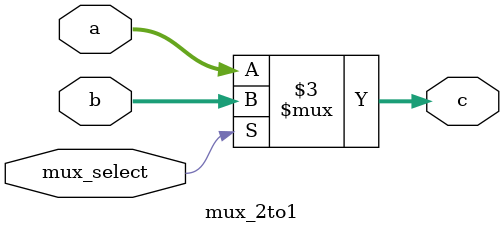
<source format=v>
module mux_2to1(
	input wire [31:0] a, b,
	input wire mux_select,
	output reg [31:0] c
	);
		
	always@(*) begin
		if(mux_select) begin
        	c <= b;
		end else begin
        	c <= a;
		end
   end
endmodule

</source>
